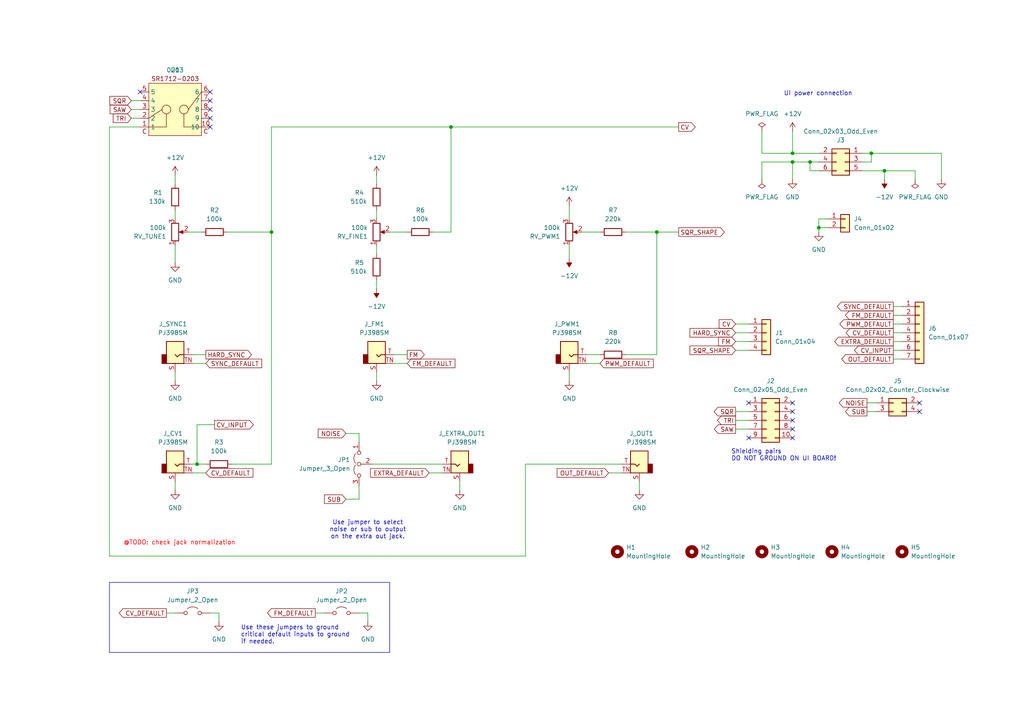
<source format=kicad_sch>
(kicad_sch (version 20250114) (generator "eeschema") (generator_version "9.0")
  (paper "A4")
  (title_block (title "Hog Moduleur VCO UI") (date "2025-10-24") (rev "v0.2") (company "Shmøergh"))
  (lib_symbols
    (symbol "Connector_Generic:Conn_01x02" (pin_names (offset 1.016) (hide yes))
      (property "Reference" "J" (at 0 2.54 0))
      (property "Value" "Conn_01x02" (at 0 -5.08 0))
      (symbol "Conn_01x02_1_1"
        (rectangle (start -1.27 1.27) (end 1.27 -3.81) (stroke (width 0.254)) (fill (type background)))
        (rectangle (start -1.27 0.127) (end 0 -0.127) (stroke (width 0.1524)))
        (rectangle (start -1.27 -2.413) (end 0 -2.667) (stroke (width 0.1524)))
        (pin passive line (at -5.08 0 0) (length 3.81) (name "Pin_1") (number "1"))
        (pin passive line (at -5.08 -2.54 0) (length 3.81) (name "Pin_2") (number "2"))
      )
    )
    (symbol "Connector_Generic:Conn_01x04" (pin_names (offset 1.016) (hide yes))
      (property "Reference" "J" (at 0 5.08 0))
      (property "Value" "Conn_01x04" (at 0 -7.62 0))
      (symbol "Conn_01x04_1_1"
        (rectangle (start -1.27 3.81) (end 1.27 -6.35) (stroke (width 0.254)) (fill (type background)))
        (rectangle (start -1.27 2.667) (end 0 2.413) (stroke (width 0.1524)))
        (rectangle (start -1.27 0.127) (end 0 -0.127) (stroke (width 0.1524)))
        (rectangle (start -1.27 -2.413) (end 0 -2.667) (stroke (width 0.1524)))
        (rectangle (start -1.27 -4.953) (end 0 -5.207) (stroke (width 0.1524)))
        (pin passive line (at -5.08 2.54 0) (length 3.81) (name "Pin_1") (number "1"))
        (pin passive line (at -5.08 0 0) (length 3.81) (name "Pin_2") (number "2"))
        (pin passive line (at -5.08 -2.54 0) (length 3.81) (name "Pin_3") (number "3"))
        (pin passive line (at -5.08 -5.08 0) (length 3.81) (name "Pin_4") (number "4"))
      )
    )
    (symbol "Connector_Generic:Conn_01x07" (pin_names (offset 1.016) (hide yes))
      (property "Reference" "J" (at 0 10.16 0))
      (property "Value" "Conn_01x07" (at 0 -10.16 0))
      (symbol "Conn_01x07_1_1"
        (rectangle (start -1.27 8.89) (end 1.27 -8.89) (stroke (width 0.254)) (fill (type background)))
        (rectangle (start -1.27 7.747) (end 0 7.493) (stroke (width 0.1524)))
        (rectangle (start -1.27 5.207) (end 0 4.953) (stroke (width 0.1524)))
        (rectangle (start -1.27 2.667) (end 0 2.413) (stroke (width 0.1524)))
        (rectangle (start -1.27 0.127) (end 0 -0.127) (stroke (width 0.1524)))
        (rectangle (start -1.27 -2.413) (end 0 -2.667) (stroke (width 0.1524)))
        (rectangle (start -1.27 -4.953) (end 0 -5.207) (stroke (width 0.1524)))
        (rectangle (start -1.27 -7.493) (end 0 -7.747) (stroke (width 0.1524)))
        (pin passive line (at -5.08 7.62 0) (length 3.81) (name "Pin_1") (number "1"))
        (pin passive line (at -5.08 5.08 0) (length 3.81) (name "Pin_2") (number "2"))
        (pin passive line (at -5.08 2.54 0) (length 3.81) (name "Pin_3") (number "3"))
        (pin passive line (at -5.08 0 0) (length 3.81) (name "Pin_4") (number "4"))
        (pin passive line (at -5.08 -2.54 0) (length 3.81) (name "Pin_5") (number "5"))
        (pin passive line (at -5.08 -5.08 0) (length 3.81) (name "Pin_6") (number "6"))
        (pin passive line (at -5.08 -7.62 0) (length 3.81) (name "Pin_7") (number "7"))
      )
    )
    (symbol "Connector_Generic:Conn_02x02_Odd_Even" (pin_names (offset 1.016) (hide yes))
      (property "Reference" "J" (at 1.27 2.54 0))
      (property "Value" "Conn_02x02_Odd_Even" (at 1.27 -5.08 0))
      (symbol "Conn_02x02_Odd_Even_1_1"
        (rectangle (start -1.27 1.27) (end 3.81 -3.81) (stroke (width 0.254)) (fill (type background)))
        (rectangle (start -1.27 0.127) (end 0 -0.127) (stroke (width 0.1524)))
        (rectangle (start -1.27 -2.413) (end 0 -2.667) (stroke (width 0.1524)))
        (rectangle (start 3.81 0.127) (end 2.54 -0.127) (stroke (width 0.1524)))
        (rectangle (start 3.81 -2.413) (end 2.54 -2.667) (stroke (width 0.1524)))
        (pin passive line (at -5.08 0 0) (length 3.81) (name "Pin_1") (number "1"))
        (pin passive line (at -5.08 -2.54 0) (length 3.81) (name "Pin_3") (number "3"))
        (pin passive line (at 7.62 0 180) (length 3.81) (name "Pin_2") (number "2"))
        (pin passive line (at 7.62 -2.54 180) (length 3.81) (name "Pin_4") (number "4"))
      )
    )
    (symbol "Connector_Generic:Conn_02x03_Odd_Even" (pin_names (offset 1.016) (hide yes))
      (property "Reference" "J" (at 1.27 5.08 0))
      (property "Value" "Conn_02x03_Odd_Even" (at 1.27 -5.08 0))
      (symbol "Conn_02x03_Odd_Even_1_1"
        (rectangle (start -1.27 3.81) (end 3.81 -3.81) (stroke (width 0.254)) (fill (type background)))
        (rectangle (start -1.27 2.667) (end 0 2.413) (stroke (width 0.1524)))
        (rectangle (start -1.27 0.127) (end 0 -0.127) (stroke (width 0.1524)))
        (rectangle (start -1.27 -2.413) (end 0 -2.667) (stroke (width 0.1524)))
        (rectangle (start 3.81 2.667) (end 2.54 2.413) (stroke (width 0.1524)))
        (rectangle (start 3.81 0.127) (end 2.54 -0.127) (stroke (width 0.1524)))
        (rectangle (start 3.81 -2.413) (end 2.54 -2.667) (stroke (width 0.1524)))
        (pin passive line (at -5.08 2.54 0) (length 3.81) (name "Pin_1") (number "1"))
        (pin passive line (at -5.08 0 0) (length 3.81) (name "Pin_3") (number "3"))
        (pin passive line (at -5.08 -2.54 0) (length 3.81) (name "Pin_5") (number "5"))
        (pin passive line (at 7.62 2.54 180) (length 3.81) (name "Pin_2") (number "2"))
        (pin passive line (at 7.62 0 180) (length 3.81) (name "Pin_4") (number "4"))
        (pin passive line (at 7.62 -2.54 180) (length 3.81) (name "Pin_6") (number "6"))
      )
    )
    (symbol "Connector_Generic:Conn_02x05_Odd_Even" (pin_names (offset 1.016) (hide yes))
      (property "Reference" "J" (at 1.27 7.62 0))
      (property "Value" "Conn_02x05_Odd_Even" (at 1.27 -7.62 0))
      (symbol "Conn_02x05_Odd_Even_1_1"
        (rectangle (start -1.27 6.35) (end 3.81 -6.35) (stroke (width 0.254)) (fill (type background)))
        (rectangle (start -1.27 5.207) (end 0 4.953) (stroke (width 0.1524)))
        (rectangle (start -1.27 2.667) (end 0 2.413) (stroke (width 0.1524)))
        (rectangle (start -1.27 0.127) (end 0 -0.127) (stroke (width 0.1524)))
        (rectangle (start -1.27 -2.413) (end 0 -2.667) (stroke (width 0.1524)))
        (rectangle (start -1.27 -4.953) (end 0 -5.207) (stroke (width 0.1524)))
        (rectangle (start 3.81 5.207) (end 2.54 4.953) (stroke (width 0.1524)))
        (rectangle (start 3.81 2.667) (end 2.54 2.413) (stroke (width 0.1524)))
        (rectangle (start 3.81 0.127) (end 2.54 -0.127) (stroke (width 0.1524)))
        (rectangle (start 3.81 -2.413) (end 2.54 -2.667) (stroke (width 0.1524)))
        (rectangle (start 3.81 -4.953) (end 2.54 -5.207) (stroke (width 0.1524)))
        (pin passive line (at -5.08 5.08 0) (length 3.81) (name "Pin_1") (number "1"))
        (pin passive line (at -5.08 2.54 0) (length 3.81) (name "Pin_3") (number "3"))
        (pin passive line (at -5.08 0 0) (length 3.81) (name "Pin_5") (number "5"))
        (pin passive line (at -5.08 -2.54 0) (length 3.81) (name "Pin_7") (number "7"))
        (pin passive line (at -5.08 -5.08 0) (length 3.81) (name "Pin_9") (number "9"))
        (pin passive line (at 7.62 5.08 180) (length 3.81) (name "Pin_2") (number "2"))
        (pin passive line (at 7.62 2.54 180) (length 3.81) (name "Pin_4") (number "4"))
        (pin passive line (at 7.62 0 180) (length 3.81) (name "Pin_6") (number "6"))
        (pin passive line (at 7.62 -2.54 180) (length 3.81) (name "Pin_8") (number "8"))
        (pin passive line (at 7.62 -5.08 180) (length 3.81) (name "Pin_10") (number "10"))
      )
    )
    (symbol "Device:R" (pin_numbers (hide yes)) (pin_names (offset 0))
      (property "Reference" "R" (at 2.032 0 90))
      (property "Value" "R" (at 0 0 90))
      (symbol "R_0_1"
        (rectangle (start -1.016 -2.54) (end 1.016 2.54) (stroke (width 0.254)))
      )
      (symbol "R_1_1"
        (pin passive line (at 0 3.81 270) (length 1.27) (name "~") (number "1"))
        (pin passive line (at 0 -3.81 90) (length 1.27) (name "~") (number "2"))
      )
    )
    (symbol "Device:R_Potentiometer" (pin_names (offset 1.016) (hide yes))
      (property "Reference" "RV" (at -4.445 0 90))
      (property "Value" "R_Potentiometer" (at -2.54 0 90))
      (symbol "R_Potentiometer_0_1"
        (rectangle (start 1.016 2.54) (end -1.016 -2.54) (stroke (width 0.254)))
        (polyline (pts (xy 1.143 0) (xy 2.286 0.508) (xy 2.286 -0.508) (xy 1.143 0)) (fill (type outline)))
        (polyline (pts (xy 2.54 0) (xy 1.524 0)))
      )
      (symbol "R_Potentiometer_1_1"
        (pin passive line (at 0 3.81 270) (length 1.27) (name "1") (number "1"))
        (pin passive line (at 0 -3.81 90) (length 1.27) (name "3") (number "3"))
        (pin passive line (at 3.81 0 180) (length 1.27) (name "2") (number "2"))
      )
    )
    (symbol "Jumper:Jumper_2_Open" (pin_numbers (hide yes)) (pin_names (offset 0) (hide yes))
      (property "Reference" "JP" (at 0 2.794 0))
      (property "Value" "Jumper_2_Open" (at 0 -2.286 0))
      (symbol "Jumper_2_Open_0_0"
        (circle (center -2.032 0) (radius 0.508))
        (circle (center 2.032 0) (radius 0.508))
      )
      (symbol "Jumper_2_Open_0_1"
        (arc (start -1.524 1.27) (mid 0 1.778) (end 1.524 1.27))
      )
      (symbol "Jumper_2_Open_1_1"
        (pin passive line (at -5.08 0 0) (length 2.54) (name "A") (number "1"))
        (pin passive line (at 5.08 0 180) (length 2.54) (name "B") (number "2"))
      )
    )
    (symbol "Jumper:Jumper_3_Open" (pin_names (offset 0) (hide yes)) (in_bom no)
      (property "Reference" "JP" (at -2.54 -2.54 0))
      (property "Value" "Jumper_3_Open" (at 0 2.794 0))
      (symbol "Jumper_3_Open_0_0"
        (circle (center -3.302 0) (radius 0.508))
        (circle (center 0 0) (radius 0.508))
        (circle (center 3.302 0) (radius 0.508))
      )
      (symbol "Jumper_3_Open_0_1"
        (arc (start -3.048 1.016) (mid -1.651 1.4992) (end -0.254 1.016))
        (polyline (pts (xy 0 -0.508) (xy 0 -1.27)))
        (arc (start 0.254 1.016) (mid 1.651 1.4992) (end 3.048 1.016))
      )
      (symbol "Jumper_3_Open_1_1"
        (pin passive line (at -6.35 0 0) (length 2.54) (name "A") (number "1"))
        (pin passive line (at 0 -3.81 90) (length 2.54) (name "C") (number "2"))
        (pin passive line (at 6.35 0 180) (length 2.54) (name "B") (number "3"))
      )
    )
    (symbol "Mechanical:MountingHole" (pin_names (offset 1.016)) (in_bom no)
      (property "Reference" "H" (at 0 5.08 0))
      (property "Value" "MountingHole" (at 0 3.175 0))
      (symbol "MountingHole_0_1"
        (circle (center 0 0) (radius 1.27) (stroke (width 1.27)))
      )
    )
    (symbol "Shmoergh-Custom-Components:AudioJack2_Thonkiconn_S"
      (property "Reference" "J" (at 0 8.89 0))
      (property "Value" "AudioJack2_Thonkiconn" (at 0 6.35 0))
      (symbol "AudioJack2_Thonkiconn_S_0_1"
        (rectangle (start -2.54 -2.54) (end -3.81 0) (stroke (width 0.254)) (fill (type outline)))
        (polyline (pts (xy 0 0) (xy 0.635 -0.635) (xy 1.27 0) (xy 2.54 0)) (stroke (width 0.254)))
        (rectangle (start 2.54 3.81) (end -2.54 -2.54) (stroke (width 0.254)) (fill (type background)))
      )
      (symbol "AudioJack2_Thonkiconn_S_1_1"
        (pin passive line (at 0 -5.08 90) (length 2.54) (name "~") (number "S"))
        (pin bidirectional line (at 5.08 0 180) (length 2.54) (name "~") (number "T"))
        (pin passive line (at 5.08 -2.54 180) (length 2.54) (name "~") (number "TN"))
      )
    )
    (symbol "Shmoergh-Custom-Components:SR1712_0203"
      (property "Reference" "U" (at 0 1.27 0))
      (symbol "SR1712_0203_0_1"
        (polyline (pts (xy -7.62 -2.54) (xy -3.81 0)))
        (circle (center -2.54 0) (radius 1.27))
        (polyline (pts (xy -2.54 -1.27) (xy -2.54 -5.08) (xy -7.62 -5.08)))
        (circle (center 2.54 0) (radius 1.27))
        (polyline (pts (xy 7.62 5.08) (xy 3.81 0)))
        (polyline (pts (xy 7.62 -5.08) (xy 2.54 -5.08) (xy 2.54 -1.27)))
      )
      (symbol "SR1712_0203_1_1"
        (rectangle (start -7.62 7.62) (end 7.62 -7.62) (fill (type background)))
        (text "C" (at -8.89 -6.35 0) (effects (font (size 1.27 1.27))))
        (text "SR1712-0203" (at 0 8.89 0) (effects (font (size 1.27 1.27))))
        (text "C" (at 8.89 -6.35 0) (effects (font (size 1.27 1.27))))
        (pin input line (at -10.16 5.08 0) (length 2.54) (name "5") (number "5"))
        (pin input line (at -10.16 2.54 0) (length 2.54) (name "4") (number "4"))
        (pin input line (at -10.16 0 0) (length 2.54) (name "3") (number "3"))
        (pin input line (at -10.16 -2.54 0) (length 2.54) (name "2") (number "2"))
        (pin output line (at -10.16 -5.08 0) (length 2.54) (name "1") (number "1"))
        (pin input line (at 10.16 5.08 180) (length 2.54) (name "6") (number "6"))
        (pin input line (at 10.16 2.54 180) (length 2.54) (name "7") (number "7"))
        (pin input line (at 10.16 0 180) (length 2.54) (name "8") (number "8"))
        (pin input line (at 10.16 -2.54 180) (length 2.54) (name "9") (number "9"))
        (pin output line (at 10.16 -5.08 180) (length 2.54) (name "10") (number "10"))
      )
    )
    (symbol "power:+12V" (power) (pin_numbers (hide yes)) (pin_names (offset 0) (hide yes))
      (property "Value" "+12V" (at 0 3.556 0))
      (symbol "+12V_0_1"
        (polyline (pts (xy -0.762 1.27) (xy 0 2.54)))
        (polyline (pts (xy 0 2.54) (xy 0.762 1.27)))
        (polyline (pts (xy 0 0) (xy 0 2.54)))
      )
      (symbol "+12V_1_1"
        (pin power_in line (at 0 0 90) (length 0) (name "~") (number "1"))
      )
    )
    (symbol "power:-12V" (power) (pin_numbers (hide yes)) (pin_names (offset 0) (hide yes))
      (property "Value" "-12V" (at 0 3.556 0))
      (symbol "-12V_0_0"
        (pin power_in line (at 0 0 90) (length 0) (name "~") (number "1"))
      )
      (symbol "-12V_0_1"
        (polyline (pts (xy 0 0) (xy 0 1.27) (xy 0.762 1.27) (xy 0 2.54) (xy -0.762 1.27) (xy 0 1.27)) (fill (type outline)))
      )
    )
    (symbol "power:GND" (power) (pin_numbers (hide yes)) (pin_names (offset 0) (hide yes))
      (property "Value" "GND" (at 0 -3.81 0))
      (symbol "GND_0_1"
        (polyline (pts (xy 0 0) (xy 0 -1.27) (xy 1.27 -1.27) (xy 0 -2.54) (xy -1.27 -1.27) (xy 0 -1.27)))
      )
      (symbol "GND_1_1"
        (pin power_in line (at 0 0 270) (length 0) (name "~") (number "1"))
      )
    )
    (symbol "power:PWR_FLAG" (power) (pin_numbers (hide yes)) (pin_names (offset 0) (hide yes))
      (property "Value" "PWR_FLAG" (at 0 3.81 0))
      (symbol "PWR_FLAG_0_0"
        (pin power_out line (at 0 0 90) (length 0) (name "~") (number "1"))
      )
      (symbol "PWR_FLAG_0_1"
        (polyline (pts (xy 0 0) (xy 0 1.27) (xy -1.016 1.905) (xy 0 2.54) (xy 1.016 1.905) (xy 0 1.27)))
      )
    )
  )
  (rectangle (start 31.75 168.91) (end 113.03 189.23))
  (text "@TODO: check jack normalization" (at 52.07 157.48 0) (effects (font (size 1.27 1.27))))
  (text "Use these jumpers to ground \ncritical default inputs to ground \nif needed." (at 69.85 184.15 0) (effects (font (size 1.27 1.27)) (justify left)))
  (text "UI power connection" (at 227.33 27.94 0) (effects (font (size 1.27 1.27)) (justify left bottom)))
  (text "Use jumper to select\nnoise or sub to output\non the extra out jack." (at 106.68 153.67 0) (effects (font (size 1.27 1.27))))
  (text "Shielding pairs\nDO NOT GROUND ON UI BOARD!" (at 212.09 132.08 0) (effects (font (size 1.27 1.27)) (justify left)))
  (junction (at 229.87 44.45))
  (junction (at 130.81 36.83))
  (junction (at 237.49 66.04))
  (junction (at 234.95 46.99))
  (junction (at 256.54 49.53))
  (junction (at 78.74 67.31))
  (junction (at 229.87 46.99))
  (junction (at 190.5 67.31))
  (junction (at 57.15 134.62))
  (junction (at 252.73 44.45))
  (no_connect (at 229.87 127))
  (no_connect (at 60.96 29.21))
  (no_connect (at 60.96 34.29))
  (no_connect (at 217.17 116.84))
  (no_connect (at 229.87 121.92))
  (no_connect (at 229.87 119.38))
  (no_connect (at 60.96 31.75))
  (no_connect (at 229.87 116.84))
  (no_connect (at 266.7 119.38))
  (no_connect (at 229.87 124.46))
  (no_connect (at 217.17 127))
  (no_connect (at 60.96 36.83))
  (no_connect (at 266.7 116.84))
  (no_connect (at 60.96 26.67))
  (no_connect (at 40.64 26.67))
  (wire (pts (xy 213.36 119.38) (xy 217.17 119.38)))
  (wire (pts (xy 251.46 116.84) (xy 254 116.84)))
  (wire (pts (xy 59.69 137.16) (xy 55.88 137.16)))
  (wire (pts (xy 259.08 96.52) (xy 261.62 96.52)))
  (wire (pts (xy 78.74 36.83) (xy 130.81 36.83)))
  (wire (pts (xy 38.1 34.29) (xy 40.64 34.29)))
  (wire (pts (xy 259.08 101.6) (xy 261.62 101.6)))
  (wire (pts (xy 173.99 67.31) (xy 168.91 67.31)))
  (wire (pts (xy 48.26 177.8) (xy 50.8 177.8)))
  (wire (pts (xy 118.11 102.87) (xy 114.3 102.87)))
  (wire (pts (xy 78.74 134.62) (xy 67.31 134.62)))
  (wire (pts (xy 256.54 52.07) (xy 256.54 49.53)))
  (wire (pts (xy 31.75 161.29) (xy 152.4 161.29)))
  (wire (pts (xy 78.74 67.31) (xy 78.74 36.83)))
  (wire (pts (xy 91.44 177.8) (xy 93.98 177.8)))
  (wire (pts (xy 265.43 49.53) (xy 256.54 49.53)))
  (wire (pts (xy 50.8 50.8) (xy 50.8 53.34)))
  (wire (pts (xy 176.53 137.16) (xy 180.34 137.16)))
  (wire (pts (xy 63.5 180.34) (xy 63.5 177.8)))
  (wire (pts (xy 109.22 107.95) (xy 109.22 110.49)))
  (wire (pts (xy 250.19 49.53) (xy 256.54 49.53)))
  (wire (pts (xy 237.49 66.04) (xy 240.03 66.04)))
  (wire (pts (xy 213.36 101.6) (xy 217.17 101.6)))
  (wire (pts (xy 59.69 105.41) (xy 55.88 105.41)))
  (wire (pts (xy 58.42 67.31) (xy 54.61 67.31)))
  (wire (pts (xy 38.1 29.21) (xy 40.64 29.21)))
  (wire (pts (xy 50.8 60.96) (xy 50.8 63.5)))
  (wire (pts (xy 109.22 60.96) (xy 109.22 63.5)))
  (wire (pts (xy 190.5 102.87) (xy 181.61 102.87)))
  (wire (pts (xy 100.33 144.78) (xy 104.14 144.78)))
  (wire (pts (xy 213.36 121.92) (xy 217.17 121.92)))
  (wire (pts (xy 106.68 177.8) (xy 104.14 177.8)))
  (wire (pts (xy 165.1 74.93) (xy 165.1 71.12)))
  (wire (pts (xy 213.36 93.98) (xy 217.17 93.98)))
  (wire (pts (xy 104.14 125.73) (xy 104.14 128.27)))
  (wire (pts (xy 66.04 67.31) (xy 78.74 67.31)))
  (wire (pts (xy 213.36 99.06) (xy 217.17 99.06)))
  (wire (pts (xy 251.46 119.38) (xy 254 119.38)))
  (wire (pts (xy 31.75 36.83) (xy 40.64 36.83)))
  (wire (pts (xy 130.81 36.83) (xy 130.81 67.31)))
  (wire (pts (xy 100.33 125.73) (xy 104.14 125.73)))
  (wire (pts (xy 240.03 63.5) (xy 237.49 63.5)))
  (wire (pts (xy 31.75 36.83) (xy 31.75 161.29)))
  (wire (pts (xy 50.8 71.12) (xy 50.8 76.2)))
  (wire (pts (xy 118.11 105.41) (xy 114.3 105.41)))
  (wire (pts (xy 229.87 46.99) (xy 234.95 46.99)))
  (wire (pts (xy 107.95 134.62) (xy 128.27 134.62)))
  (wire (pts (xy 237.49 63.5) (xy 237.49 66.04)))
  (wire (pts (xy 229.87 38.1) (xy 229.87 44.45)))
  (wire (pts (xy 59.69 102.87) (xy 55.88 102.87)))
  (wire (pts (xy 259.08 93.98) (xy 261.62 93.98)))
  (wire (pts (xy 152.4 134.62) (xy 180.34 134.62)))
  (wire (pts (xy 57.15 134.62) (xy 55.88 134.62)))
  (wire (pts (xy 252.73 44.45) (xy 250.19 44.45)))
  (wire (pts (xy 220.98 44.45) (xy 229.87 44.45)))
  (wire (pts (xy 38.1 31.75) (xy 40.64 31.75)))
  (wire (pts (xy 185.42 142.24) (xy 185.42 139.7)))
  (wire (pts (xy 78.74 67.31) (xy 78.74 134.62)))
  (wire (pts (xy 59.69 134.62) (xy 57.15 134.62)))
  (wire (pts (xy 220.98 46.99) (xy 229.87 46.99)))
  (wire (pts (xy 259.08 99.06) (xy 261.62 99.06)))
  (wire (pts (xy 273.05 52.07) (xy 273.05 44.45)))
  (wire (pts (xy 252.73 46.99) (xy 252.73 44.45)))
  (wire (pts (xy 130.81 36.83) (xy 196.85 36.83)))
  (wire (pts (xy 109.22 83.82) (xy 109.22 81.28)))
  (wire (pts (xy 124.46 137.16) (xy 128.27 137.16)))
  (wire (pts (xy 173.99 105.41) (xy 170.18 105.41)))
  (wire (pts (xy 237.49 49.53) (xy 234.95 49.53)))
  (wire (pts (xy 57.15 123.19) (xy 57.15 134.62)))
  (wire (pts (xy 165.1 107.95) (xy 165.1 110.49)))
  (wire (pts (xy 133.35 142.24) (xy 133.35 139.7)))
  (wire (pts (xy 259.08 88.9) (xy 261.62 88.9)))
  (wire (pts (xy 62.23 123.19) (xy 57.15 123.19)))
  (wire (pts (xy 50.8 107.95) (xy 50.8 110.49)))
  (wire (pts (xy 213.36 96.52) (xy 217.17 96.52)))
  (wire (pts (xy 181.61 67.31) (xy 190.5 67.31)))
  (wire (pts (xy 220.98 38.1) (xy 220.98 44.45)))
  (wire (pts (xy 273.05 44.45) (xy 252.73 44.45)))
  (wire (pts (xy 234.95 49.53) (xy 234.95 46.99)))
  (wire (pts (xy 213.36 124.46) (xy 217.17 124.46)))
  (wire (pts (xy 125.73 67.31) (xy 130.81 67.31)))
  (wire (pts (xy 229.87 44.45) (xy 237.49 44.45)))
  (wire (pts (xy 109.22 73.66) (xy 109.22 71.12)))
  (wire (pts (xy 234.95 46.99) (xy 237.49 46.99)))
  (wire (pts (xy 259.08 104.14) (xy 261.62 104.14)))
  (wire (pts (xy 50.8 139.7) (xy 50.8 142.24)))
  (wire (pts (xy 220.98 52.07) (xy 220.98 46.99)))
  (wire (pts (xy 152.4 161.29) (xy 152.4 134.62)))
  (wire (pts (xy 109.22 50.8) (xy 109.22 53.34)))
  (wire (pts (xy 237.49 66.04) (xy 237.49 67.31)))
  (wire (pts (xy 229.87 52.07) (xy 229.87 46.99)))
  (wire (pts (xy 259.08 91.44) (xy 261.62 91.44)))
  (wire (pts (xy 63.5 177.8) (xy 60.96 177.8)))
  (wire (pts (xy 250.19 46.99) (xy 252.73 46.99)))
  (wire (pts (xy 104.14 144.78) (xy 104.14 140.97)))
  (wire (pts (xy 196.85 67.31) (xy 190.5 67.31)))
  (wire (pts (xy 118.11 67.31) (xy 113.03 67.31)))
  (wire (pts (xy 190.5 67.31) (xy 190.5 102.87)))
  (wire (pts (xy 106.68 180.34) (xy 106.68 177.8)))
  (wire (pts (xy 173.99 102.87) (xy 170.18 102.87)))
  (wire (pts (xy 165.1 59.69) (xy 165.1 63.5)))
  (wire (pts (xy 265.43 52.07) (xy 265.43 49.53)))
  (global_label "SQR" (shape input) (at 38.1 29.21 180) (property "Intersheetrefs" "${INTERSHEET_REFS}" (effects (hide yes))))
  (global_label "TRI" (shape input) (at 38.1 34.29 180) (property "Intersheetrefs" "${INTERSHEET_REFS}" (effects (hide yes))))
  (global_label "FM" (shape output) (at 118.11 102.87 0) (property "Intersheetrefs" "${INTERSHEET_REFS}" (effects (hide yes))))
  (global_label "OUT_DEFAULT" (shape input) (at 176.53 137.16 180) (property "Intersheetrefs" "${INTERSHEET_REFS}" (effects (hide yes))))
  (global_label "SQR" (shape output) (at 213.36 119.38 180) (property "Intersheetrefs" "${INTERSHEET_REFS}" (effects (hide yes))))
  (global_label "HARD_SYNC" (shape output) (at 59.69 102.87 0) (property "Intersheetrefs" "${INTERSHEET_REFS}" (effects (hide yes))))
  (global_label "NOISE" (shape input) (at 100.33 125.73 180) (property "Intersheetrefs" "${INTERSHEET_REFS}" (effects (hide yes))))
  (global_label "SUB" (shape input) (at 100.33 144.78 180) (property "Intersheetrefs" "${INTERSHEET_REFS}" (effects (hide yes))))
  (global_label "SAW" (shape input) (at 38.1 31.75 180) (property "Intersheetrefs" "${INTERSHEET_REFS}" (effects (hide yes))))
  (global_label "CV" (shape output) (at 196.85 36.83 0) (property "Intersheetrefs" "${INTERSHEET_REFS}" (effects (hide yes))))
  (global_label "EXTRA_DEFAULT" (shape input) (at 124.46 137.16 180) (property "Intersheetrefs" "${INTERSHEET_REFS}" (effects (hide yes))))
  (global_label "TRI" (shape output) (at 213.36 121.92 180) (property "Intersheetrefs" "${INTERSHEET_REFS}" (effects (hide yes))))
  (global_label "CV" (shape input) (at 213.36 93.98 180) (property "Intersheetrefs" "${INTERSHEET_REFS}" (effects (hide yes))))
  (global_label "CV_INPUT" (shape output) (at 62.23 123.19 0) (property "Intersheetrefs" "${INTERSHEET_REFS}" (effects (hide yes))))
  (global_label "FM_DEFAULT" (shape input) (at 118.11 105.41 0) (property "Intersheetrefs" "${INTERSHEET_REFS}" (effects (hide yes))))
  (global_label "NOISE" (shape output) (at 251.46 116.84 180) (property "Intersheetrefs" "${INTERSHEET_REFS}" (effects (hide yes))))
  (global_label "CV_DEFAULT" (shape input) (at 59.69 137.16 0) (property "Intersheetrefs" "${INTERSHEET_REFS}" (effects (hide yes))))
  (global_label "HARD_SYNC" (shape input) (at 213.36 96.52 180) (property "Intersheetrefs" "${INTERSHEET_REFS}" (effects (hide yes))))
  (global_label "SAW" (shape output) (at 213.36 124.46 180) (property "Intersheetrefs" "${INTERSHEET_REFS}" (effects (hide yes))))
  (global_label "SUB" (shape output) (at 251.46 119.38 180) (property "Intersheetrefs" "${INTERSHEET_REFS}" (effects (hide yes))))
  (global_label "PWM_DEFAULT" (shape output) (at 259.08 93.98 180) (property "Intersheetrefs" "${INTERSHEET_REFS}" (effects (hide yes))))
  (global_label "SYNC_DEFAULT" (shape output) (at 259.08 88.9 180) (property "Intersheetrefs" "${INTERSHEET_REFS}" (effects (hide yes))))
  (global_label "CV_DEFAULT" (shape output) (at 259.08 96.52 180) (property "Intersheetrefs" "${INTERSHEET_REFS}" (effects (hide yes))))
  (global_label "SQR_SHAPE" (shape input) (at 213.36 101.6 180) (property "Intersheetrefs" "${INTERSHEET_REFS}" (effects (hide yes))))
  (global_label "SYNC_DEFAULT" (shape input) (at 59.69 105.41 0) (property "Intersheetrefs" "${INTERSHEET_REFS}" (effects (hide yes))))
  (global_label "EXTRA_DEFAULT" (shape output) (at 259.08 99.06 180) (property "Intersheetrefs" "${INTERSHEET_REFS}" (effects (hide yes))))
  (global_label "OUT_DEFAULT" (shape output) (at 259.08 104.14 180) (property "Intersheetrefs" "${INTERSHEET_REFS}" (effects (hide yes))))
  (global_label "SQR_SHAPE" (shape output) (at 196.85 67.31 0) (property "Intersheetrefs" "${INTERSHEET_REFS}" (effects (hide yes))))
  (global_label "FM_DEFAULT" (shape output) (at 259.08 91.44 180) (property "Intersheetrefs" "${INTERSHEET_REFS}" (effects (hide yes))))
  (global_label "PWM_DEFAULT" (shape input) (at 173.99 105.41 0) (property "Intersheetrefs" "${INTERSHEET_REFS}" (effects (hide yes))))
  (global_label "FM" (shape input) (at 213.36 99.06 180) (property "Intersheetrefs" "${INTERSHEET_REFS}" (effects (hide yes))))
  (global_label "CV_DEFAULT" (shape output) (at 48.26 177.8 180) (property "Intersheetrefs" "${INTERSHEET_REFS}" (effects (hide yes))))
  (global_label "CV_INPUT" (shape output) (at 259.08 101.6 180) (property "Intersheetrefs" "${INTERSHEET_REFS}" (effects (hide yes))))
  (global_label "FM_DEFAULT" (shape output) (at 91.44 177.8 180) (property "Intersheetrefs" "${INTERSHEET_REFS}" (effects (hide yes))))
  (symbol (lib_id "power:GND") (at 133.35 142.24 0) (mirror y) (unit 1)
    (property "Reference" "#PWR08" (effects (hide yes)))
    (property "Value" "GND" (at 133.35 147.32 0))
    (property "Description" "Power symbol creates a global label with name \"GND\" , ground" (effects (hide yes)))
  )
  (symbol (lib_id "Jumper:Jumper_3_Open") (at 104.14 134.62 90) (mirror x) (unit 1)
    (property "Reference" "JP1" (at 101.6 133.3499 90) (effects (justify left)))
    (property "Value" "Jumper_3_Open" (at 101.6 135.8899 90) (effects (justify left)))
    (property "Footprint" "Connector_PinHeader_2.54mm:PinHeader_1x03_P2.54mm_Horizontal" (effects (hide yes)))
    (property "Description" "Jumper, 3-pole, both open" (effects (hide yes)))
    (property "Part URL" "https://mou.sr/451l2py" (effects (hide yes)))
    (property "Vendor" "Mouser" (effects (hide yes)))
    (property "Part no." "200-HTSW10308TSRA" (effects (hide yes)))
  )
  (symbol (lib_id "power:+12V") (at 229.87 38.1 0) (unit 1)
    (property "Reference" "#PWR014" (effects (hide yes)))
    (property "Value" "+12V" (at 229.87 33.02 0))
    (property "Description" "Power symbol creates a global label with name \"+12V\"" (effects (hide yes)))
  )
  (symbol (lib_id "power:GND") (at 50.8 76.2 0) (unit 1)
    (property "Reference" "#PWR02" (effects (hide yes)))
    (property "Value" "GND" (at 50.8 81.28 0))
    (property "Description" "Power symbol creates a global label with name \"GND\" , ground" (effects (hide yes)))
  )
  (symbol (lib_id "Shmoergh-Custom-Components:AudioJack2_Thonkiconn_S") (at 165.1 102.87 0) (unit 1)
    (property "Reference" "J_PWM1" (at 164.465 93.98 0))
    (property "Value" "PJ398SM" (at 164.465 96.52 0))
    (property "Footprint" "Shmoergh_Custom_Footprints:Jack_3.5mm_QingPu_WQP-PJ398SM_Vertical_CircularHoles" (effects (hide yes)))
    (property "Description" "Audio Jack, 2 Poles (Mono / TS), Grounded Sleeve" (effects (hide yes)))
    (property "Part URL" "https://www.thonk.co.uk/shop/thonkiconn/" (effects (hide yes)))
    (property "Vendor" "Thonk" (effects (hide yes)))
    (property "Part no." "PJ398SM" (effects (hide yes)))
  )
  (symbol (lib_id "Shmoergh-Custom-Components:AudioJack2_Thonkiconn_S") (at 185.42 134.62 0) (mirror y) (unit 1)
    (property "Reference" "J_OUT1" (at 186.055 125.73 0))
    (property "Value" "PJ398SM" (at 186.055 128.27 0))
    (property "Footprint" "Shmoergh_Custom_Footprints:Jack_3.5mm_QingPu_WQP-PJ398SM_Vertical_CircularHoles" (effects (hide yes)))
    (property "Description" "Audio Jack, 2 Poles (Mono / TS), Grounded Sleeve" (effects (hide yes)))
    (property "Part URL" "https://www.thonk.co.uk/shop/thonkiconn/" (effects (hide yes)))
    (property "Vendor" "Thonk" (effects (hide yes)))
    (property "Part no." "PJ398SM" (effects (hide yes)))
  )
  (symbol (lib_id "Shmoergh-Custom-Components:SR1712_0203") (at 50.8 31.75 0) (unit 1)
    (property "Reference" "U1" (at 50.8 20.32 0))
    (property "Value" "0203" (at 50.8 20.32 0))
    (property "Footprint" "Shmoergh_Custom_Footprints:SR1712-0203" (effects (hide yes)))
    (property "Datasheet" "https://hu.mouser.com/datasheet/2/13/SR1712F-1815245.pdf" (effects (hide yes)))
    (property "Part URL" "https://mou.sr/3U6bGTk" (effects (hide yes)))
    (property "Vendor" "Mouser" (effects (hide yes)))
    (property "Part no." "105-SR1712F-23NS" (effects (hide yes)))
  )
  (symbol (lib_id "Shmoergh-Custom-Components:AudioJack2_Thonkiconn_S") (at 50.8 134.62 0) (unit 1)
    (property "Reference" "J_CV1" (at 50.165 125.73 0))
    (property "Value" "PJ398SM" (at 50.165 128.27 0))
    (property "Footprint" "Shmoergh_Custom_Footprints:Jack_3.5mm_QingPu_WQP-PJ398SM_Vertical_CircularHoles" (effects (hide yes)))
    (property "Description" "Audio Jack, 2 Poles (Mono / TS), Grounded Sleeve" (effects (hide yes)))
    (property "Part URL" "https://www.thonk.co.uk/shop/thonkiconn/" (effects (hide yes)))
    (property "Vendor" "Thonk" (effects (hide yes)))
    (property "Part no." "PJ398SM" (effects (hide yes)))
  )
  (symbol (lib_id "power:-12V") (at 165.1 74.93 180) (unit 1)
    (property "Reference" "#PWR010" (effects (hide yes)))
    (property "Value" "-12V" (at 165.1 80.01 0))
    (property "Description" "Power symbol creates a global label with name \"-12V\"" (effects (hide yes)))
  )
  (symbol (lib_id "power:GND") (at 185.42 142.24 0) (mirror y) (unit 1)
    (property "Reference" "#PWR012" (effects (hide yes)))
    (property "Value" "GND" (at 185.42 147.32 0))
    (property "Description" "Power symbol creates a global label with name \"GND\" , ground" (effects (hide yes)))
  )
  (symbol (lib_id "power:-12V") (at 256.54 52.07 180) (unit 1)
    (property "Reference" "#PWR018" (effects (hide yes)))
    (property "Value" "-12V" (at 256.54 57.15 0))
    (property "Description" "Power symbol creates a global label with name \"-12V\"" (effects (hide yes)))
  )
  (symbol (lib_id "Connector_Generic:Conn_02x02_Odd_Even") (at 259.08 116.84 0) (unit 1)
    (property "Reference" "J5" (at 260.35 110.49 0))
    (property "Value" "Conn_02x02_Counter_Clockwise" (at 260.35 113.03 0))
    (property "Footprint" "Connector_PinSocket_2.54mm:PinSocket_2x02_P2.54mm_Vertical" (effects (hide yes)))
    (property "Description" "Generic connector, double row, 02x02, odd/even pin numbering scheme (row 1 odd numbers, row 2 even numbers), script generated (kicad-library-utils/schlib/autogen/connector/)" (effects (hide yes)))
    (property "Part URL" "https://mou.sr/4eSbYqI" (effects (hide yes)))
    (property "Vendor" "Mouser" (effects (hide yes)))
    (property "Part no." "200-SSW10206TD" (effects (hide yes)))
  )
  (symbol (lib_id "power:+12V") (at 109.22 50.8 0) (unit 1)
    (property "Reference" "#PWR05" (effects (hide yes)))
    (property "Value" "+12V" (at 109.22 45.72 0))
    (property "Description" "Power symbol creates a global label with name \"+12V\"" (effects (hide yes)))
  )
  (symbol (lib_id "Jumper:Jumper_2_Open") (at 55.88 177.8 0) (unit 1)
    (property "Reference" "JP3" (at 55.88 171.45 0))
    (property "Value" "Jumper_2_Open" (at 55.88 173.99 0))
    (property "Footprint" "Connector_PinHeader_2.54mm:PinHeader_1x02_P2.54mm_Horizontal" (effects (hide yes)))
    (property "Description" "Jumper, 2-pole, open" (effects (hide yes)))
    (property "Part URL" "https://mou.sr/4nM6IZz" (effects (hide yes)))
    (property "Vendor" "Mouser" (effects (hide yes)))
    (property "Part no." "200-HTSW10208TSRA" (effects (hide yes)))
  )
  (symbol (lib_id "Mechanical:MountingHole") (at 261.62 160.02 0) (unit 1) (in_bom no)
    (property "Reference" "H5" (at 264.16 158.7499 0) (effects (justify left)))
    (property "Value" "MountingHole" (at 264.16 161.2899 0) (effects (justify left)))
    (property "Footprint" "MountingHole:MountingHole_3.2mm_M3_DIN965_Pad" (effects (hide yes)))
    (property "Description" "Mounting Hole without connection" (effects (hide yes)))
    (property "Vendor" "-" (effects (hide yes)))
  )
  (symbol (lib_id "Connector_Generic:Conn_02x03_Odd_Even") (at 245.11 46.99 0) (mirror y) (unit 1)
    (property "Reference" "J3" (at 243.84 40.64 0))
    (property "Value" "Conn_02x03_Odd_Even" (at 243.84 38.1 0))
    (property "Footprint" "Connector_PinSocket_2.54mm:PinSocket_2x03_P2.54mm_Vertical" (effects (hide yes)))
    (property "Description" "Generic connector, double row, 02x03, odd/even pin numbering scheme (row 1 odd numbers, row 2 even numbers), script generated (kicad-library-utils/schlib/autogen/connector/)" (effects (hide yes)))
    (property "Part URL" "https://mou.sr/3GIDVEr" (effects (hide yes)))
    (property "Vendor" "Mouser" (effects (hide yes)))
    (property "Part no." "200-SSW10301TD" (effects (hide yes)))
  )
  (symbol (lib_id "power:+12V") (at 50.8 50.8 0) (unit 1)
    (property "Reference" "#PWR01" (effects (hide yes)))
    (property "Value" "+12V" (at 50.8 45.72 0))
    (property "Description" "Power symbol creates a global label with name \"+12V\"" (effects (hide yes)))
  )
  (symbol (lib_id "power:GND") (at 50.8 110.49 0) (unit 1)
    (property "Reference" "#PWR03" (effects (hide yes)))
    (property "Value" "GND" (at 50.8 115.57 0))
    (property "Description" "Power symbol creates a global label with name \"GND\" , ground" (effects (hide yes)))
  )
  (symbol (lib_id "Shmoergh-Custom-Components:AudioJack2_Thonkiconn_S") (at 50.8 102.87 0) (unit 1)
    (property "Reference" "J_SYNC1" (at 50.165 93.98 0))
    (property "Value" "PJ398SM" (at 50.165 96.52 0))
    (property "Footprint" "Shmoergh_Custom_Footprints:Jack_3.5mm_QingPu_WQP-PJ398SM_Vertical_CircularHoles" (effects (hide yes)))
    (property "Description" "Audio Jack, 2 Poles (Mono / TS), Grounded Sleeve" (effects (hide yes)))
    (property "Part URL" "https://www.thonk.co.uk/shop/thonkiconn/" (effects (hide yes)))
    (property "Vendor" "Thonk" (effects (hide yes)))
    (property "Part no." "PJ398SM" (effects (hide yes)))
  )
  (symbol (lib_id "Mechanical:MountingHole") (at 200.66 160.02 0) (unit 1) (in_bom no)
    (property "Reference" "H2" (at 203.2 158.7499 0) (effects (justify left)))
    (property "Value" "MountingHole" (at 203.2 161.2899 0) (effects (justify left)))
    (property "Footprint" "MountingHole:MountingHole_3.2mm_M3_DIN965_Pad" (effects (hide yes)))
    (property "Description" "Mounting Hole without connection" (effects (hide yes)))
    (property "Vendor" "-" (effects (hide yes)))
  )
  (symbol (lib_id "Device:R") (at 121.92 67.31 90) (unit 1)
    (property "Reference" "R6" (at 121.92 60.96 90))
    (property "Value" "100k" (at 121.92 63.5 90))
    (property "Footprint" "Shmoergh_Custom_Footprints:R_Axial_DIN0207_L6.3mm_D2.5mm_P7.62mm_Horizontal" (effects (hide yes)))
    (property "Description" "Resistor" (effects (hide yes)))
    (property "Vendor" "Mouser" (effects (hide yes)))
    (property "Part URL" "https://mou.sr/4hEwI4G" (effects (hide yes)))
    (property "Part no." "603-MFR-25FRF52100K" (effects (hide yes)))
  )
  (symbol (lib_id "power:GND") (at 109.22 110.49 0) (unit 1)
    (property "Reference" "#PWR07" (effects (hide yes)))
    (property "Value" "GND" (at 109.22 115.57 0))
    (property "Description" "Power symbol creates a global label with name \"GND\" , ground" (effects (hide yes)))
  )
  (symbol (lib_id "Connector_Generic:Conn_01x04") (at 222.25 96.52 0) (unit 1)
    (property "Reference" "J1" (at 224.79 96.5199 0) (effects (justify left)))
    (property "Value" "Conn_01x04" (at 224.79 99.0599 0) (effects (justify left)))
    (property "Footprint" "Connector_PinSocket_2.54mm:PinSocket_1x04_P2.54mm_Vertical" (effects (hide yes)))
    (property "Description" "Generic connector, single row, 01x04, script generated (kicad-library-utils/schlib/autogen/connector/)" (effects (hide yes)))
    (property "Part URL" "https://mou.sr/4kxE3Vr" (effects (hide yes)))
    (property "Vendor" "Mouser" (effects (hide yes)))
    (property "Part no." "200-SSW10401TMS" (effects (hide yes)))
  )
  (symbol (lib_id "Device:R") (at 50.8 57.15 0) (unit 1)
    (property "Reference" "R1" (at 44.45 55.88 0) (effects (justify left)))
    (property "Value" "130k" (at 43.18 58.42 0) (effects (justify left)))
    (property "Footprint" "Shmoergh_Custom_Footprints:R_Axial_DIN0207_L6.3mm_D2.5mm_P7.62mm_Horizontal" (effects (hide yes)))
    (property "Description" "Resistor" (effects (hide yes)))
    (property "Vendor" "Mouser" (effects (hide yes)))
  )
  (symbol (lib_id "Connector_Generic:Conn_01x07") (at 266.7 96.52 0) (unit 1)
    (property "Reference" "J6" (at 269.24 95.2499 0) (effects (justify left)))
    (property "Value" "Conn_01x07" (at 269.24 97.7899 0) (effects (justify left)))
    (property "Footprint" "Connector_PinSocket_2.54mm:PinSocket_1x07_P2.54mm_Vertical" (effects (hide yes)))
    (property "Description" "Generic connector, single row, 01x07, script generated (kicad-library-utils/schlib/autogen/connector/)" (effects (hide yes)))
    (property "Part URL" "https://mou.sr/4lnf48h" (effects (hide yes)))
    (property "Vendor" "Mouser" (effects (hide yes)))
    (property "Part no." "200-SSW10601TS" (effects (hide yes)))
  )
  (symbol (lib_id "Mechanical:MountingHole") (at 179.07 160.02 0) (unit 1) (in_bom no)
    (property "Reference" "H1" (at 181.61 158.7499 0) (effects (justify left)))
    (property "Value" "MountingHole" (at 181.61 161.2899 0) (effects (justify left)))
    (property "Footprint" "MountingHole:MountingHole_3.2mm_M3_DIN965_Pad" (effects (hide yes)))
    (property "Description" "Mounting Hole without connection" (effects (hide yes)))
    (property "Vendor" "-" (effects (hide yes)))
  )
  (symbol (lib_id "power:PWR_FLAG") (at 220.98 38.1 0) (unit 1)
    (property "Reference" "#FLG01" (effects (hide yes)))
    (property "Value" "PWR_FLAG" (at 220.98 33.02 0))
    (property "Description" "Special symbol for telling ERC where power comes from" (effects (hide yes)))
  )
  (symbol (lib_id "power:GND") (at 106.68 180.34 0) (unit 1)
    (property "Reference" "#PWR013" (effects (hide yes)))
    (property "Value" "GND" (at 106.68 185.42 0))
    (property "Description" "Power symbol creates a global label with name \"GND\" , ground" (effects (hide yes)))
  )
  (symbol (lib_id "power:GND") (at 273.05 52.07 0) (unit 1)
    (property "Reference" "#PWR019" (effects (hide yes)))
    (property "Value" "GND" (at 273.05 57.15 0))
    (property "Description" "Power symbol creates a global label with name \"GND\" , ground" (effects (hide yes)))
  )
  (symbol (lib_id "Connector_Generic:Conn_02x05_Odd_Even") (at 222.25 121.92 0) (unit 1)
    (property "Reference" "J2" (at 223.52 110.49 0))
    (property "Value" "Conn_02x05_Odd_Even" (at 223.52 113.03 0))
    (property "Footprint" "Connector_PinSocket_2.54mm:PinSocket_2x05_P2.54mm_Vertical" (effects (hide yes)))
    (property "Description" "Generic connector, double row, 02x05, odd/even pin numbering scheme (row 1 odd numbers, row 2 even numbers), script generated (kicad-library-utils/schlib/autogen/connector/)" (effects (hide yes)))
    (property "Part URL" "https://mou.sr/4lVCZM9" (effects (hide yes)))
    (property "Vendor" "Mouser" (effects (hide yes)))
    (property "Part no." "200-SSW10501TD" (effects (hide yes)))
  )
  (symbol (lib_id "Device:R_Potentiometer") (at 109.22 67.31 0) (mirror x) (unit 1)
    (property "Reference" "RV_FINE1" (at 106.68 68.5801 0) (effects (justify right)))
    (property "Value" "100k" (at 106.68 66.0401 0) (effects (justify right)))
    (property "Footprint" "Shmoergh_Custom_Footprints:Potentiometer_Bourns_Single-PTV09A" (effects (hide yes)))
    (property "Description" "Potentiometer" (effects (hide yes)))
    (property "Part URL" "https://mou.sr/4694GMU" (effects (hide yes)))
    (property "Vendor" "Mouser" (effects (hide yes)))
    (property "Part no." "652-PTV09A4025FB104" (effects (hide yes)))
  )
  (symbol (lib_id "power:+12V") (at 165.1 59.69 0) (unit 1)
    (property "Reference" "#PWR09" (effects (hide yes)))
    (property "Value" "+12V" (at 165.1 54.61 0))
    (property "Description" "Power symbol creates a global label with name \"+12V\"" (effects (hide yes)))
  )
  (symbol (lib_id "power:GND") (at 50.8 142.24 0) (unit 1)
    (property "Reference" "#PWR04" (effects (hide yes)))
    (property "Value" "GND" (at 50.8 147.32 0))
    (property "Description" "Power symbol creates a global label with name \"GND\" , ground" (effects (hide yes)))
  )
  (symbol (lib_id "Device:R") (at 63.5 134.62 90) (unit 1)
    (property "Reference" "R3" (at 63.5 128.27 90))
    (property "Value" "100k" (at 63.5 130.81 90))
    (property "Footprint" "Shmoergh_Custom_Footprints:R_Axial_DIN0207_L6.3mm_D2.5mm_P7.62mm_Horizontal" (effects (hide yes)))
    (property "Description" "Resistor" (effects (hide yes)))
    (property "Vendor" "Mouser" (effects (hide yes)))
    (property "Part URL" "https://mou.sr/4hEwI4G" (effects (hide yes)))
    (property "Part no." "603-MFR-25FRF52100K" (effects (hide yes)))
  )
  (symbol (lib_id "power:GND") (at 63.5 180.34 0) (unit 1)
    (property "Reference" "#PWR017" (effects (hide yes)))
    (property "Value" "GND" (at 63.5 185.42 0))
    (property "Description" "Power symbol creates a global label with name \"GND\" , ground" (effects (hide yes)))
  )
  (symbol (lib_id "Device:R") (at 109.22 77.47 0) (unit 1)
    (property "Reference" "R5" (at 102.87 76.2 0) (effects (justify left)))
    (property "Value" "510k" (at 101.6 78.74 0) (effects (justify left)))
    (property "Footprint" "Shmoergh_Custom_Footprints:R_Axial_DIN0207_L6.3mm_D2.5mm_P7.62mm_Horizontal" (effects (hide yes)))
    (property "Description" "Resistor" (effects (hide yes)))
    (property "Vendor" "Mouser" (effects (hide yes)))
  )
  (symbol (lib_id "Connector_Generic:Conn_01x02") (at 245.11 63.5 0) (unit 1)
    (property "Reference" "J4" (at 247.65 63.4999 0) (effects (justify left)))
    (property "Value" "Conn_01x02" (at 247.65 66.0399 0) (effects (justify left)))
    (property "Footprint" "Connector_PinSocket_2.54mm:PinSocket_1x02_P2.54mm_Vertical" (effects (hide yes)))
    (property "Description" "Generic connector, single row, 01x02, script generated (kicad-library-utils/schlib/autogen/connector/)" (effects (hide yes)))
    (property "Part URL" "https://mou.sr/4lBvdHe" (effects (hide yes)))
    (property "Vendor" "Mouser" (effects (hide yes)))
    (property "Part no." "200-SSW10201TS" (effects (hide yes)))
  )
  (symbol (lib_id "Mechanical:MountingHole") (at 220.98 160.02 0) (unit 1) (in_bom no)
    (property "Reference" "H3" (at 223.52 158.7499 0) (effects (justify left)))
    (property "Value" "MountingHole" (at 223.52 161.2899 0) (effects (justify left)))
    (property "Footprint" "MountingHole:MountingHole_3.2mm_M3_DIN965_Pad" (effects (hide yes)))
    (property "Description" "Mounting Hole without connection" (effects (hide yes)))
    (property "Vendor" "-" (effects (hide yes)))
  )
  (symbol (lib_id "power:GND") (at 237.49 67.31 0) (unit 1)
    (property "Reference" "#PWR016" (effects (hide yes)))
    (property "Value" "GND" (at 237.49 72.39 0))
    (property "Description" "Power symbol creates a global label with name \"GND\" , ground" (effects (hide yes)))
  )
  (symbol (lib_id "Device:R") (at 109.22 57.15 0) (unit 1)
    (property "Reference" "R4" (at 102.87 55.88 0) (effects (justify left)))
    (property "Value" "510k" (at 101.6 58.42 0) (effects (justify left)))
    (property "Footprint" "Shmoergh_Custom_Footprints:R_Axial_DIN0207_L6.3mm_D2.5mm_P7.62mm_Horizontal" (effects (hide yes)))
    (property "Description" "Resistor" (effects (hide yes)))
    (property "Vendor" "Mouser" (effects (hide yes)))
  )
  (symbol (lib_id "power:-12V") (at 109.22 83.82 180) (unit 1)
    (property "Reference" "#PWR06" (effects (hide yes)))
    (property "Value" "-12V" (at 109.22 88.9 0))
    (property "Description" "Power symbol creates a global label with name \"-12V\"" (effects (hide yes)))
  )
  (symbol (lib_id "Mechanical:MountingHole") (at 241.3 160.02 0) (unit 1) (in_bom no)
    (property "Reference" "H4" (at 243.84 158.7499 0) (effects (justify left)))
    (property "Value" "MountingHole" (at 243.84 161.2899 0) (effects (justify left)))
    (property "Footprint" "MountingHole:MountingHole_3.2mm_M3_DIN965_Pad" (effects (hide yes)))
    (property "Description" "Mounting Hole without connection" (effects (hide yes)))
    (property "Vendor" "-" (effects (hide yes)))
  )
  (symbol (lib_id "power:GND") (at 165.1 110.49 0) (unit 1)
    (property "Reference" "#PWR011" (effects (hide yes)))
    (property "Value" "GND" (at 165.1 115.57 0))
    (property "Description" "Power symbol creates a global label with name \"GND\" , ground" (effects (hide yes)))
  )
  (symbol (lib_id "power:PWR_FLAG") (at 220.98 52.07 180) (unit 1)
    (property "Reference" "#FLG02" (effects (hide yes)))
    (property "Value" "PWR_FLAG" (at 220.98 57.15 0))
    (property "Description" "Special symbol for telling ERC where power comes from" (effects (hide yes)))
  )
  (symbol (lib_id "Shmoergh-Custom-Components:AudioJack2_Thonkiconn_S") (at 109.22 102.87 0) (unit 1)
    (property "Reference" "J_FM1" (at 108.585 93.98 0))
    (property "Value" "PJ398SM" (at 108.585 96.52 0))
    (property "Footprint" "Shmoergh_Custom_Footprints:Jack_3.5mm_QingPu_WQP-PJ398SM_Vertical_CircularHoles" (effects (hide yes)))
    (property "Description" "Audio Jack, 2 Poles (Mono / TS), Grounded Sleeve" (effects (hide yes)))
    (property "Part URL" "https://www.thonk.co.uk/shop/thonkiconn/" (effects (hide yes)))
    (property "Vendor" "Thonk" (effects (hide yes)))
    (property "Part no." "PJ398SM" (effects (hide yes)))
  )
  (symbol (lib_id "Shmoergh-Custom-Components:AudioJack2_Thonkiconn_S") (at 133.35 134.62 0) (mirror y) (unit 1)
    (property "Reference" "J_EXTRA_OUT1" (at 133.985 125.73 0))
    (property "Value" "PJ398SM" (at 133.985 128.27 0))
    (property "Footprint" "Shmoergh_Custom_Footprints:Jack_3.5mm_QingPu_WQP-PJ398SM_Vertical_CircularHoles" (effects (hide yes)))
    (property "Description" "Audio Jack, 2 Poles (Mono / TS), Grounded Sleeve" (effects (hide yes)))
    (property "Part URL" "https://www.thonk.co.uk/shop/thonkiconn/" (effects (hide yes)))
    (property "Vendor" "Thonk" (effects (hide yes)))
    (property "Part no." "PJ398SM" (effects (hide yes)))
  )
  (symbol (lib_id "power:PWR_FLAG") (at 265.43 52.07 180) (unit 1)
    (property "Reference" "#FLG03" (effects (hide yes)))
    (property "Value" "PWR_FLAG" (at 265.43 57.15 0))
    (property "Description" "Special symbol for telling ERC where power comes from" (effects (hide yes)))
  )
  (symbol (lib_id "Device:R_Potentiometer") (at 165.1 67.31 0) (mirror x) (unit 1)
    (property "Reference" "RV_PWM1" (at 162.56 68.5801 0) (effects (justify right)))
    (property "Value" "100k" (at 162.56 66.0401 0) (effects (justify right)))
    (property "Footprint" "Shmoergh_Custom_Footprints:Potentiometer_Bourns_Single-PTV09A" (effects (hide yes)))
    (property "Description" "Potentiometer" (effects (hide yes)))
    (property "Part URL" "https://mou.sr/4694GMU" (effects (hide yes)))
    (property "Vendor" "Mouser" (effects (hide yes)))
    (property "Part no." "652-PTV09A4025FB104" (effects (hide yes)))
  )
  (symbol (lib_id "Device:R") (at 177.8 67.31 90) (unit 1)
    (property "Reference" "R7" (at 177.8 60.96 90))
    (property "Value" "220k" (at 177.8 63.5 90))
    (property "Footprint" "Shmoergh_Custom_Footprints:R_Axial_DIN0207_L6.3mm_D2.5mm_P7.62mm_Horizontal" (effects (hide yes)))
    (property "Description" "Resistor" (effects (hide yes)))
    (property "Vendor" "Mouser" (effects (hide yes)))
    (property "Part URL" "https://mou.sr/46cEvF7" (effects (hide yes)))
    (property "Part no." "603-MFR-25FRF52-220K" (effects (hide yes)))
  )
  (symbol (lib_id "Device:R_Potentiometer") (at 50.8 67.31 0) (mirror x) (unit 1)
    (property "Reference" "RV_TUNE1" (at 48.26 68.5801 0) (effects (justify right)))
    (property "Value" "100k" (at 48.26 66.0401 0) (effects (justify right)))
    (property "Footprint" "Shmoergh_Custom_Footprints:Potentiometer_Bourns_Single-PTV09A" (effects (hide yes)))
    (property "Description" "Potentiometer" (effects (hide yes)))
    (property "Part URL" "https://mou.sr/4694GMU" (effects (hide yes)))
    (property "Vendor" "Mouser" (effects (hide yes)))
    (property "Part no." "652-PTV09A4025FB104" (effects (hide yes)))
  )
  (symbol (lib_id "Device:R") (at 62.23 67.31 90) (unit 1)
    (property "Reference" "R2" (at 62.23 60.96 90))
    (property "Value" "100k" (at 62.23 63.5 90))
    (property "Footprint" "Shmoergh_Custom_Footprints:R_Axial_DIN0207_L6.3mm_D2.5mm_P7.62mm_Horizontal" (effects (hide yes)))
    (property "Description" "Resistor" (effects (hide yes)))
    (property "Vendor" "Mouser" (effects (hide yes)))
    (property "Part URL" "https://mou.sr/4hEwI4G" (effects (hide yes)))
    (property "Part no." "603-MFR-25FRF52100K" (effects (hide yes)))
  )
  (symbol (lib_id "power:GND") (at 229.87 52.07 0) (unit 1)
    (property "Reference" "#PWR015" (effects (hide yes)))
    (property "Value" "GND" (at 229.87 57.15 0))
    (property "Description" "Power symbol creates a global label with name \"GND\" , ground" (effects (hide yes)))
  )
  (symbol (lib_id "Device:R") (at 177.8 102.87 90) (unit 1)
    (property "Reference" "R8" (at 177.8 96.52 90))
    (property "Value" "220k" (at 177.8 99.06 90))
    (property "Footprint" "Shmoergh_Custom_Footprints:R_Axial_DIN0207_L6.3mm_D2.5mm_P7.62mm_Horizontal" (effects (hide yes)))
    (property "Description" "Resistor" (effects (hide yes)))
    (property "Vendor" "Mouser" (effects (hide yes)))
    (property "Part URL" "https://mou.sr/46cEvF7" (effects (hide yes)))
    (property "Part no." "603-MFR-25FRF52-220K" (effects (hide yes)))
  )
  (symbol (lib_id "Jumper:Jumper_2_Open") (at 99.06 177.8 0) (unit 1)
    (property "Reference" "JP2" (at 99.06 171.45 0))
    (property "Value" "Jumper_2_Open" (at 99.06 173.99 0))
    (property "Footprint" "Connector_PinHeader_2.54mm:PinHeader_1x02_P2.54mm_Horizontal" (effects (hide yes)))
    (property "Description" "Jumper, 2-pole, open" (effects (hide yes)))
    (property "Part URL" "https://mou.sr/4nM6IZz" (effects (hide yes)))
    (property "Vendor" "Mouser" (effects (hide yes)))
    (property "Part no." "200-HTSW10208TSRA" (effects (hide yes)))
  )
)
</source>
